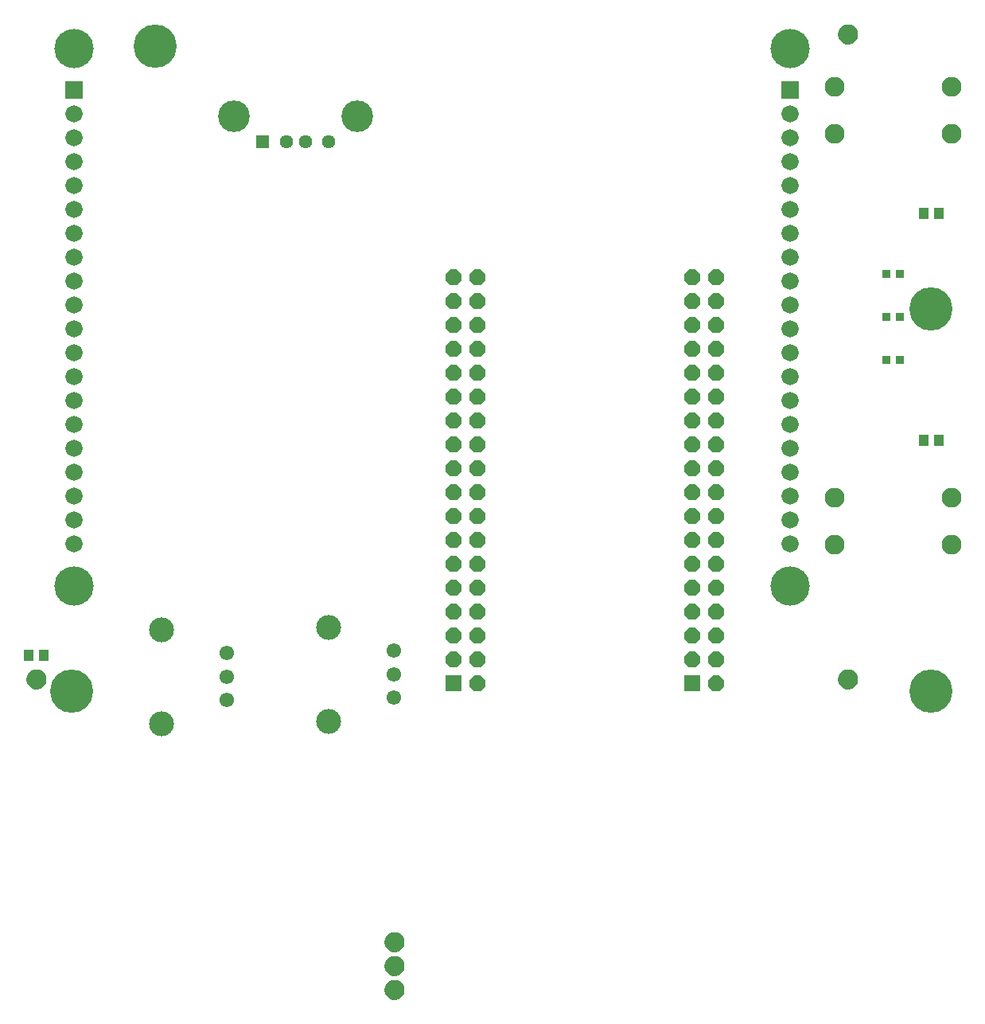
<source format=gbr>
G04 EAGLE Gerber RS-274X export*
G75*
%MOMM*%
%FSLAX34Y34*%
%LPD*%
%INSoldermask Top*%
%IPPOS*%
%AMOC8*
5,1,8,0,0,1.08239X$1,22.5*%
G01*
%ADD10R,0.952400X0.952400*%
%ADD11R,1.676400X1.676400*%
%ADD12P,1.814519X8X112.500000*%
%ADD13C,1.552400*%
%ADD14C,2.652400*%
%ADD15C,2.112400*%
%ADD16R,1.828800X1.828800*%
%ADD17C,1.828800*%
%ADD18C,4.168400*%
%ADD19R,1.102359X1.183641*%
%ADD20R,1.440400X1.440400*%
%ADD21C,1.440400*%
%ADD22C,3.372400*%
%ADD23C,0.609600*%
%ADD24C,1.168400*%
%ADD25C,4.597400*%


D10*
X929760Y402590D03*
X944760Y402590D03*
D11*
X469640Y59100D03*
D12*
X495040Y59100D03*
X469640Y84500D03*
X495040Y84500D03*
X469640Y109900D03*
X495040Y109900D03*
X469640Y135300D03*
X495040Y135300D03*
X469640Y160700D03*
X495040Y160700D03*
X469640Y186100D03*
X495040Y186100D03*
X469640Y211500D03*
X495040Y211500D03*
X469640Y236900D03*
X495040Y236900D03*
X469640Y262300D03*
X495040Y262300D03*
X469640Y287700D03*
X495040Y287700D03*
X469640Y313100D03*
X495040Y313100D03*
X469640Y338500D03*
X495040Y338500D03*
X469640Y363900D03*
X495040Y363900D03*
X469640Y389300D03*
X495040Y389300D03*
X469640Y414700D03*
X495040Y414700D03*
X469640Y440100D03*
X495040Y440100D03*
X469640Y465500D03*
X495040Y465500D03*
X469640Y490900D03*
X495040Y490900D03*
D11*
X723640Y59100D03*
D12*
X749040Y59100D03*
X723640Y84500D03*
X749040Y84500D03*
X723640Y109900D03*
X749040Y109900D03*
X723640Y135300D03*
X749040Y135300D03*
X723640Y160700D03*
X749040Y160700D03*
X723640Y186100D03*
X749040Y186100D03*
X723640Y211500D03*
X749040Y211500D03*
X723640Y236900D03*
X749040Y236900D03*
X723640Y262300D03*
X749040Y262300D03*
X723640Y287700D03*
X749040Y287700D03*
X723640Y313100D03*
X749040Y313100D03*
X723640Y338500D03*
X749040Y338500D03*
X723640Y363900D03*
X749040Y363900D03*
X723640Y389300D03*
X749040Y389300D03*
X723640Y414700D03*
X749040Y414700D03*
X723640Y440100D03*
X749040Y440100D03*
X723640Y465500D03*
X749040Y465500D03*
X723640Y490900D03*
X749040Y490900D03*
D13*
X406400Y43580D03*
X406400Y68580D03*
X406400Y93580D03*
D14*
X336400Y18580D03*
X336400Y118580D03*
D15*
X999760Y693020D03*
X999760Y643020D03*
X874760Y643020D03*
X874760Y693020D03*
D16*
X828040Y689610D03*
D17*
X828040Y664210D03*
X828040Y638810D03*
X828040Y613410D03*
X828040Y588010D03*
X828040Y562610D03*
X828040Y537210D03*
X828040Y511810D03*
X828040Y486410D03*
X828040Y461010D03*
X828040Y435610D03*
X828040Y410210D03*
X828040Y384810D03*
X828040Y359410D03*
X828040Y334010D03*
X828040Y308610D03*
X828040Y283210D03*
X828040Y257810D03*
X828040Y232410D03*
X828040Y207010D03*
D16*
X66040Y689610D03*
D17*
X66040Y664210D03*
X66040Y638810D03*
X66040Y613410D03*
X66040Y588010D03*
X66040Y562610D03*
X66040Y537210D03*
X66040Y511810D03*
X66040Y486410D03*
X66040Y461010D03*
X66040Y435610D03*
X66040Y410210D03*
X66040Y384810D03*
X66040Y359410D03*
X66040Y334010D03*
X66040Y308610D03*
X66040Y283210D03*
X66040Y257810D03*
X66040Y232410D03*
X66040Y207010D03*
D18*
X66040Y734060D03*
X66040Y162560D03*
X828040Y734060D03*
X828040Y162560D03*
D10*
X929760Y448310D03*
X944760Y448310D03*
X929760Y494030D03*
X944760Y494030D03*
D19*
X969899Y558800D03*
X985901Y558800D03*
D13*
X228600Y41040D03*
X228600Y66040D03*
X228600Y91040D03*
D14*
X158600Y16040D03*
X158600Y116040D03*
D20*
X266700Y635000D03*
D21*
X291700Y635000D03*
X311700Y635000D03*
X336700Y635000D03*
D22*
X236000Y662100D03*
X367400Y662100D03*
D15*
X999760Y256140D03*
X999760Y206140D03*
X874760Y206140D03*
X874760Y256140D03*
D19*
X969899Y317500D03*
X985901Y317500D03*
X17399Y88900D03*
X33401Y88900D03*
D23*
X881380Y63500D02*
X881382Y63687D01*
X881389Y63874D01*
X881401Y64061D01*
X881417Y64247D01*
X881437Y64433D01*
X881462Y64618D01*
X881492Y64803D01*
X881526Y64987D01*
X881565Y65170D01*
X881608Y65352D01*
X881656Y65532D01*
X881708Y65712D01*
X881765Y65890D01*
X881825Y66067D01*
X881891Y66242D01*
X881960Y66416D01*
X882034Y66588D01*
X882112Y66758D01*
X882194Y66926D01*
X882280Y67092D01*
X882370Y67256D01*
X882464Y67417D01*
X882562Y67577D01*
X882664Y67733D01*
X882770Y67888D01*
X882880Y68039D01*
X882993Y68188D01*
X883110Y68334D01*
X883230Y68477D01*
X883354Y68617D01*
X883481Y68754D01*
X883612Y68888D01*
X883746Y69019D01*
X883883Y69146D01*
X884023Y69270D01*
X884166Y69390D01*
X884312Y69507D01*
X884461Y69620D01*
X884612Y69730D01*
X884767Y69836D01*
X884923Y69938D01*
X885083Y70036D01*
X885244Y70130D01*
X885408Y70220D01*
X885574Y70306D01*
X885742Y70388D01*
X885912Y70466D01*
X886084Y70540D01*
X886258Y70609D01*
X886433Y70675D01*
X886610Y70735D01*
X886788Y70792D01*
X886968Y70844D01*
X887148Y70892D01*
X887330Y70935D01*
X887513Y70974D01*
X887697Y71008D01*
X887882Y71038D01*
X888067Y71063D01*
X888253Y71083D01*
X888439Y71099D01*
X888626Y71111D01*
X888813Y71118D01*
X889000Y71120D01*
X889187Y71118D01*
X889374Y71111D01*
X889561Y71099D01*
X889747Y71083D01*
X889933Y71063D01*
X890118Y71038D01*
X890303Y71008D01*
X890487Y70974D01*
X890670Y70935D01*
X890852Y70892D01*
X891032Y70844D01*
X891212Y70792D01*
X891390Y70735D01*
X891567Y70675D01*
X891742Y70609D01*
X891916Y70540D01*
X892088Y70466D01*
X892258Y70388D01*
X892426Y70306D01*
X892592Y70220D01*
X892756Y70130D01*
X892917Y70036D01*
X893077Y69938D01*
X893233Y69836D01*
X893388Y69730D01*
X893539Y69620D01*
X893688Y69507D01*
X893834Y69390D01*
X893977Y69270D01*
X894117Y69146D01*
X894254Y69019D01*
X894388Y68888D01*
X894519Y68754D01*
X894646Y68617D01*
X894770Y68477D01*
X894890Y68334D01*
X895007Y68188D01*
X895120Y68039D01*
X895230Y67888D01*
X895336Y67733D01*
X895438Y67577D01*
X895536Y67417D01*
X895630Y67256D01*
X895720Y67092D01*
X895806Y66926D01*
X895888Y66758D01*
X895966Y66588D01*
X896040Y66416D01*
X896109Y66242D01*
X896175Y66067D01*
X896235Y65890D01*
X896292Y65712D01*
X896344Y65532D01*
X896392Y65352D01*
X896435Y65170D01*
X896474Y64987D01*
X896508Y64803D01*
X896538Y64618D01*
X896563Y64433D01*
X896583Y64247D01*
X896599Y64061D01*
X896611Y63874D01*
X896618Y63687D01*
X896620Y63500D01*
X896618Y63313D01*
X896611Y63126D01*
X896599Y62939D01*
X896583Y62753D01*
X896563Y62567D01*
X896538Y62382D01*
X896508Y62197D01*
X896474Y62013D01*
X896435Y61830D01*
X896392Y61648D01*
X896344Y61468D01*
X896292Y61288D01*
X896235Y61110D01*
X896175Y60933D01*
X896109Y60758D01*
X896040Y60584D01*
X895966Y60412D01*
X895888Y60242D01*
X895806Y60074D01*
X895720Y59908D01*
X895630Y59744D01*
X895536Y59583D01*
X895438Y59423D01*
X895336Y59267D01*
X895230Y59112D01*
X895120Y58961D01*
X895007Y58812D01*
X894890Y58666D01*
X894770Y58523D01*
X894646Y58383D01*
X894519Y58246D01*
X894388Y58112D01*
X894254Y57981D01*
X894117Y57854D01*
X893977Y57730D01*
X893834Y57610D01*
X893688Y57493D01*
X893539Y57380D01*
X893388Y57270D01*
X893233Y57164D01*
X893077Y57062D01*
X892917Y56964D01*
X892756Y56870D01*
X892592Y56780D01*
X892426Y56694D01*
X892258Y56612D01*
X892088Y56534D01*
X891916Y56460D01*
X891742Y56391D01*
X891567Y56325D01*
X891390Y56265D01*
X891212Y56208D01*
X891032Y56156D01*
X890852Y56108D01*
X890670Y56065D01*
X890487Y56026D01*
X890303Y55992D01*
X890118Y55962D01*
X889933Y55937D01*
X889747Y55917D01*
X889561Y55901D01*
X889374Y55889D01*
X889187Y55882D01*
X889000Y55880D01*
X888813Y55882D01*
X888626Y55889D01*
X888439Y55901D01*
X888253Y55917D01*
X888067Y55937D01*
X887882Y55962D01*
X887697Y55992D01*
X887513Y56026D01*
X887330Y56065D01*
X887148Y56108D01*
X886968Y56156D01*
X886788Y56208D01*
X886610Y56265D01*
X886433Y56325D01*
X886258Y56391D01*
X886084Y56460D01*
X885912Y56534D01*
X885742Y56612D01*
X885574Y56694D01*
X885408Y56780D01*
X885244Y56870D01*
X885083Y56964D01*
X884923Y57062D01*
X884767Y57164D01*
X884612Y57270D01*
X884461Y57380D01*
X884312Y57493D01*
X884166Y57610D01*
X884023Y57730D01*
X883883Y57854D01*
X883746Y57981D01*
X883612Y58112D01*
X883481Y58246D01*
X883354Y58383D01*
X883230Y58523D01*
X883110Y58666D01*
X882993Y58812D01*
X882880Y58961D01*
X882770Y59112D01*
X882664Y59267D01*
X882562Y59423D01*
X882464Y59583D01*
X882370Y59744D01*
X882280Y59908D01*
X882194Y60074D01*
X882112Y60242D01*
X882034Y60412D01*
X881960Y60584D01*
X881891Y60758D01*
X881825Y60933D01*
X881765Y61110D01*
X881708Y61288D01*
X881656Y61468D01*
X881608Y61648D01*
X881565Y61830D01*
X881526Y62013D01*
X881492Y62197D01*
X881462Y62382D01*
X881437Y62567D01*
X881417Y62753D01*
X881401Y62939D01*
X881389Y63126D01*
X881382Y63313D01*
X881380Y63500D01*
D24*
X889000Y63500D03*
D23*
X17780Y63500D02*
X17782Y63687D01*
X17789Y63874D01*
X17801Y64061D01*
X17817Y64247D01*
X17837Y64433D01*
X17862Y64618D01*
X17892Y64803D01*
X17926Y64987D01*
X17965Y65170D01*
X18008Y65352D01*
X18056Y65532D01*
X18108Y65712D01*
X18165Y65890D01*
X18225Y66067D01*
X18291Y66242D01*
X18360Y66416D01*
X18434Y66588D01*
X18512Y66758D01*
X18594Y66926D01*
X18680Y67092D01*
X18770Y67256D01*
X18864Y67417D01*
X18962Y67577D01*
X19064Y67733D01*
X19170Y67888D01*
X19280Y68039D01*
X19393Y68188D01*
X19510Y68334D01*
X19630Y68477D01*
X19754Y68617D01*
X19881Y68754D01*
X20012Y68888D01*
X20146Y69019D01*
X20283Y69146D01*
X20423Y69270D01*
X20566Y69390D01*
X20712Y69507D01*
X20861Y69620D01*
X21012Y69730D01*
X21167Y69836D01*
X21323Y69938D01*
X21483Y70036D01*
X21644Y70130D01*
X21808Y70220D01*
X21974Y70306D01*
X22142Y70388D01*
X22312Y70466D01*
X22484Y70540D01*
X22658Y70609D01*
X22833Y70675D01*
X23010Y70735D01*
X23188Y70792D01*
X23368Y70844D01*
X23548Y70892D01*
X23730Y70935D01*
X23913Y70974D01*
X24097Y71008D01*
X24282Y71038D01*
X24467Y71063D01*
X24653Y71083D01*
X24839Y71099D01*
X25026Y71111D01*
X25213Y71118D01*
X25400Y71120D01*
X25587Y71118D01*
X25774Y71111D01*
X25961Y71099D01*
X26147Y71083D01*
X26333Y71063D01*
X26518Y71038D01*
X26703Y71008D01*
X26887Y70974D01*
X27070Y70935D01*
X27252Y70892D01*
X27432Y70844D01*
X27612Y70792D01*
X27790Y70735D01*
X27967Y70675D01*
X28142Y70609D01*
X28316Y70540D01*
X28488Y70466D01*
X28658Y70388D01*
X28826Y70306D01*
X28992Y70220D01*
X29156Y70130D01*
X29317Y70036D01*
X29477Y69938D01*
X29633Y69836D01*
X29788Y69730D01*
X29939Y69620D01*
X30088Y69507D01*
X30234Y69390D01*
X30377Y69270D01*
X30517Y69146D01*
X30654Y69019D01*
X30788Y68888D01*
X30919Y68754D01*
X31046Y68617D01*
X31170Y68477D01*
X31290Y68334D01*
X31407Y68188D01*
X31520Y68039D01*
X31630Y67888D01*
X31736Y67733D01*
X31838Y67577D01*
X31936Y67417D01*
X32030Y67256D01*
X32120Y67092D01*
X32206Y66926D01*
X32288Y66758D01*
X32366Y66588D01*
X32440Y66416D01*
X32509Y66242D01*
X32575Y66067D01*
X32635Y65890D01*
X32692Y65712D01*
X32744Y65532D01*
X32792Y65352D01*
X32835Y65170D01*
X32874Y64987D01*
X32908Y64803D01*
X32938Y64618D01*
X32963Y64433D01*
X32983Y64247D01*
X32999Y64061D01*
X33011Y63874D01*
X33018Y63687D01*
X33020Y63500D01*
X33018Y63313D01*
X33011Y63126D01*
X32999Y62939D01*
X32983Y62753D01*
X32963Y62567D01*
X32938Y62382D01*
X32908Y62197D01*
X32874Y62013D01*
X32835Y61830D01*
X32792Y61648D01*
X32744Y61468D01*
X32692Y61288D01*
X32635Y61110D01*
X32575Y60933D01*
X32509Y60758D01*
X32440Y60584D01*
X32366Y60412D01*
X32288Y60242D01*
X32206Y60074D01*
X32120Y59908D01*
X32030Y59744D01*
X31936Y59583D01*
X31838Y59423D01*
X31736Y59267D01*
X31630Y59112D01*
X31520Y58961D01*
X31407Y58812D01*
X31290Y58666D01*
X31170Y58523D01*
X31046Y58383D01*
X30919Y58246D01*
X30788Y58112D01*
X30654Y57981D01*
X30517Y57854D01*
X30377Y57730D01*
X30234Y57610D01*
X30088Y57493D01*
X29939Y57380D01*
X29788Y57270D01*
X29633Y57164D01*
X29477Y57062D01*
X29317Y56964D01*
X29156Y56870D01*
X28992Y56780D01*
X28826Y56694D01*
X28658Y56612D01*
X28488Y56534D01*
X28316Y56460D01*
X28142Y56391D01*
X27967Y56325D01*
X27790Y56265D01*
X27612Y56208D01*
X27432Y56156D01*
X27252Y56108D01*
X27070Y56065D01*
X26887Y56026D01*
X26703Y55992D01*
X26518Y55962D01*
X26333Y55937D01*
X26147Y55917D01*
X25961Y55901D01*
X25774Y55889D01*
X25587Y55882D01*
X25400Y55880D01*
X25213Y55882D01*
X25026Y55889D01*
X24839Y55901D01*
X24653Y55917D01*
X24467Y55937D01*
X24282Y55962D01*
X24097Y55992D01*
X23913Y56026D01*
X23730Y56065D01*
X23548Y56108D01*
X23368Y56156D01*
X23188Y56208D01*
X23010Y56265D01*
X22833Y56325D01*
X22658Y56391D01*
X22484Y56460D01*
X22312Y56534D01*
X22142Y56612D01*
X21974Y56694D01*
X21808Y56780D01*
X21644Y56870D01*
X21483Y56964D01*
X21323Y57062D01*
X21167Y57164D01*
X21012Y57270D01*
X20861Y57380D01*
X20712Y57493D01*
X20566Y57610D01*
X20423Y57730D01*
X20283Y57854D01*
X20146Y57981D01*
X20012Y58112D01*
X19881Y58246D01*
X19754Y58383D01*
X19630Y58523D01*
X19510Y58666D01*
X19393Y58812D01*
X19280Y58961D01*
X19170Y59112D01*
X19064Y59267D01*
X18962Y59423D01*
X18864Y59583D01*
X18770Y59744D01*
X18680Y59908D01*
X18594Y60074D01*
X18512Y60242D01*
X18434Y60412D01*
X18360Y60584D01*
X18291Y60758D01*
X18225Y60933D01*
X18165Y61110D01*
X18108Y61288D01*
X18056Y61468D01*
X18008Y61648D01*
X17965Y61830D01*
X17926Y62013D01*
X17892Y62197D01*
X17862Y62382D01*
X17837Y62567D01*
X17817Y62753D01*
X17801Y62939D01*
X17789Y63126D01*
X17782Y63313D01*
X17780Y63500D01*
D24*
X25400Y63500D03*
D23*
X881380Y749300D02*
X881382Y749487D01*
X881389Y749674D01*
X881401Y749861D01*
X881417Y750047D01*
X881437Y750233D01*
X881462Y750418D01*
X881492Y750603D01*
X881526Y750787D01*
X881565Y750970D01*
X881608Y751152D01*
X881656Y751332D01*
X881708Y751512D01*
X881765Y751690D01*
X881825Y751867D01*
X881891Y752042D01*
X881960Y752216D01*
X882034Y752388D01*
X882112Y752558D01*
X882194Y752726D01*
X882280Y752892D01*
X882370Y753056D01*
X882464Y753217D01*
X882562Y753377D01*
X882664Y753533D01*
X882770Y753688D01*
X882880Y753839D01*
X882993Y753988D01*
X883110Y754134D01*
X883230Y754277D01*
X883354Y754417D01*
X883481Y754554D01*
X883612Y754688D01*
X883746Y754819D01*
X883883Y754946D01*
X884023Y755070D01*
X884166Y755190D01*
X884312Y755307D01*
X884461Y755420D01*
X884612Y755530D01*
X884767Y755636D01*
X884923Y755738D01*
X885083Y755836D01*
X885244Y755930D01*
X885408Y756020D01*
X885574Y756106D01*
X885742Y756188D01*
X885912Y756266D01*
X886084Y756340D01*
X886258Y756409D01*
X886433Y756475D01*
X886610Y756535D01*
X886788Y756592D01*
X886968Y756644D01*
X887148Y756692D01*
X887330Y756735D01*
X887513Y756774D01*
X887697Y756808D01*
X887882Y756838D01*
X888067Y756863D01*
X888253Y756883D01*
X888439Y756899D01*
X888626Y756911D01*
X888813Y756918D01*
X889000Y756920D01*
X889187Y756918D01*
X889374Y756911D01*
X889561Y756899D01*
X889747Y756883D01*
X889933Y756863D01*
X890118Y756838D01*
X890303Y756808D01*
X890487Y756774D01*
X890670Y756735D01*
X890852Y756692D01*
X891032Y756644D01*
X891212Y756592D01*
X891390Y756535D01*
X891567Y756475D01*
X891742Y756409D01*
X891916Y756340D01*
X892088Y756266D01*
X892258Y756188D01*
X892426Y756106D01*
X892592Y756020D01*
X892756Y755930D01*
X892917Y755836D01*
X893077Y755738D01*
X893233Y755636D01*
X893388Y755530D01*
X893539Y755420D01*
X893688Y755307D01*
X893834Y755190D01*
X893977Y755070D01*
X894117Y754946D01*
X894254Y754819D01*
X894388Y754688D01*
X894519Y754554D01*
X894646Y754417D01*
X894770Y754277D01*
X894890Y754134D01*
X895007Y753988D01*
X895120Y753839D01*
X895230Y753688D01*
X895336Y753533D01*
X895438Y753377D01*
X895536Y753217D01*
X895630Y753056D01*
X895720Y752892D01*
X895806Y752726D01*
X895888Y752558D01*
X895966Y752388D01*
X896040Y752216D01*
X896109Y752042D01*
X896175Y751867D01*
X896235Y751690D01*
X896292Y751512D01*
X896344Y751332D01*
X896392Y751152D01*
X896435Y750970D01*
X896474Y750787D01*
X896508Y750603D01*
X896538Y750418D01*
X896563Y750233D01*
X896583Y750047D01*
X896599Y749861D01*
X896611Y749674D01*
X896618Y749487D01*
X896620Y749300D01*
X896618Y749113D01*
X896611Y748926D01*
X896599Y748739D01*
X896583Y748553D01*
X896563Y748367D01*
X896538Y748182D01*
X896508Y747997D01*
X896474Y747813D01*
X896435Y747630D01*
X896392Y747448D01*
X896344Y747268D01*
X896292Y747088D01*
X896235Y746910D01*
X896175Y746733D01*
X896109Y746558D01*
X896040Y746384D01*
X895966Y746212D01*
X895888Y746042D01*
X895806Y745874D01*
X895720Y745708D01*
X895630Y745544D01*
X895536Y745383D01*
X895438Y745223D01*
X895336Y745067D01*
X895230Y744912D01*
X895120Y744761D01*
X895007Y744612D01*
X894890Y744466D01*
X894770Y744323D01*
X894646Y744183D01*
X894519Y744046D01*
X894388Y743912D01*
X894254Y743781D01*
X894117Y743654D01*
X893977Y743530D01*
X893834Y743410D01*
X893688Y743293D01*
X893539Y743180D01*
X893388Y743070D01*
X893233Y742964D01*
X893077Y742862D01*
X892917Y742764D01*
X892756Y742670D01*
X892592Y742580D01*
X892426Y742494D01*
X892258Y742412D01*
X892088Y742334D01*
X891916Y742260D01*
X891742Y742191D01*
X891567Y742125D01*
X891390Y742065D01*
X891212Y742008D01*
X891032Y741956D01*
X890852Y741908D01*
X890670Y741865D01*
X890487Y741826D01*
X890303Y741792D01*
X890118Y741762D01*
X889933Y741737D01*
X889747Y741717D01*
X889561Y741701D01*
X889374Y741689D01*
X889187Y741682D01*
X889000Y741680D01*
X888813Y741682D01*
X888626Y741689D01*
X888439Y741701D01*
X888253Y741717D01*
X888067Y741737D01*
X887882Y741762D01*
X887697Y741792D01*
X887513Y741826D01*
X887330Y741865D01*
X887148Y741908D01*
X886968Y741956D01*
X886788Y742008D01*
X886610Y742065D01*
X886433Y742125D01*
X886258Y742191D01*
X886084Y742260D01*
X885912Y742334D01*
X885742Y742412D01*
X885574Y742494D01*
X885408Y742580D01*
X885244Y742670D01*
X885083Y742764D01*
X884923Y742862D01*
X884767Y742964D01*
X884612Y743070D01*
X884461Y743180D01*
X884312Y743293D01*
X884166Y743410D01*
X884023Y743530D01*
X883883Y743654D01*
X883746Y743781D01*
X883612Y743912D01*
X883481Y744046D01*
X883354Y744183D01*
X883230Y744323D01*
X883110Y744466D01*
X882993Y744612D01*
X882880Y744761D01*
X882770Y744912D01*
X882664Y745067D01*
X882562Y745223D01*
X882464Y745383D01*
X882370Y745544D01*
X882280Y745708D01*
X882194Y745874D01*
X882112Y746042D01*
X882034Y746212D01*
X881960Y746384D01*
X881891Y746558D01*
X881825Y746733D01*
X881765Y746910D01*
X881708Y747088D01*
X881656Y747268D01*
X881608Y747448D01*
X881565Y747630D01*
X881526Y747813D01*
X881492Y747997D01*
X881462Y748182D01*
X881437Y748367D01*
X881417Y748553D01*
X881401Y748739D01*
X881389Y748926D01*
X881382Y749113D01*
X881380Y749300D01*
D24*
X889000Y749300D03*
D23*
X398780Y-215900D02*
X398782Y-215713D01*
X398789Y-215526D01*
X398801Y-215339D01*
X398817Y-215153D01*
X398837Y-214967D01*
X398862Y-214782D01*
X398892Y-214597D01*
X398926Y-214413D01*
X398965Y-214230D01*
X399008Y-214048D01*
X399056Y-213868D01*
X399108Y-213688D01*
X399165Y-213510D01*
X399225Y-213333D01*
X399291Y-213158D01*
X399360Y-212984D01*
X399434Y-212812D01*
X399512Y-212642D01*
X399594Y-212474D01*
X399680Y-212308D01*
X399770Y-212144D01*
X399864Y-211983D01*
X399962Y-211823D01*
X400064Y-211667D01*
X400170Y-211512D01*
X400280Y-211361D01*
X400393Y-211212D01*
X400510Y-211066D01*
X400630Y-210923D01*
X400754Y-210783D01*
X400881Y-210646D01*
X401012Y-210512D01*
X401146Y-210381D01*
X401283Y-210254D01*
X401423Y-210130D01*
X401566Y-210010D01*
X401712Y-209893D01*
X401861Y-209780D01*
X402012Y-209670D01*
X402167Y-209564D01*
X402323Y-209462D01*
X402483Y-209364D01*
X402644Y-209270D01*
X402808Y-209180D01*
X402974Y-209094D01*
X403142Y-209012D01*
X403312Y-208934D01*
X403484Y-208860D01*
X403658Y-208791D01*
X403833Y-208725D01*
X404010Y-208665D01*
X404188Y-208608D01*
X404368Y-208556D01*
X404548Y-208508D01*
X404730Y-208465D01*
X404913Y-208426D01*
X405097Y-208392D01*
X405282Y-208362D01*
X405467Y-208337D01*
X405653Y-208317D01*
X405839Y-208301D01*
X406026Y-208289D01*
X406213Y-208282D01*
X406400Y-208280D01*
X406587Y-208282D01*
X406774Y-208289D01*
X406961Y-208301D01*
X407147Y-208317D01*
X407333Y-208337D01*
X407518Y-208362D01*
X407703Y-208392D01*
X407887Y-208426D01*
X408070Y-208465D01*
X408252Y-208508D01*
X408432Y-208556D01*
X408612Y-208608D01*
X408790Y-208665D01*
X408967Y-208725D01*
X409142Y-208791D01*
X409316Y-208860D01*
X409488Y-208934D01*
X409658Y-209012D01*
X409826Y-209094D01*
X409992Y-209180D01*
X410156Y-209270D01*
X410317Y-209364D01*
X410477Y-209462D01*
X410633Y-209564D01*
X410788Y-209670D01*
X410939Y-209780D01*
X411088Y-209893D01*
X411234Y-210010D01*
X411377Y-210130D01*
X411517Y-210254D01*
X411654Y-210381D01*
X411788Y-210512D01*
X411919Y-210646D01*
X412046Y-210783D01*
X412170Y-210923D01*
X412290Y-211066D01*
X412407Y-211212D01*
X412520Y-211361D01*
X412630Y-211512D01*
X412736Y-211667D01*
X412838Y-211823D01*
X412936Y-211983D01*
X413030Y-212144D01*
X413120Y-212308D01*
X413206Y-212474D01*
X413288Y-212642D01*
X413366Y-212812D01*
X413440Y-212984D01*
X413509Y-213158D01*
X413575Y-213333D01*
X413635Y-213510D01*
X413692Y-213688D01*
X413744Y-213868D01*
X413792Y-214048D01*
X413835Y-214230D01*
X413874Y-214413D01*
X413908Y-214597D01*
X413938Y-214782D01*
X413963Y-214967D01*
X413983Y-215153D01*
X413999Y-215339D01*
X414011Y-215526D01*
X414018Y-215713D01*
X414020Y-215900D01*
X414018Y-216087D01*
X414011Y-216274D01*
X413999Y-216461D01*
X413983Y-216647D01*
X413963Y-216833D01*
X413938Y-217018D01*
X413908Y-217203D01*
X413874Y-217387D01*
X413835Y-217570D01*
X413792Y-217752D01*
X413744Y-217932D01*
X413692Y-218112D01*
X413635Y-218290D01*
X413575Y-218467D01*
X413509Y-218642D01*
X413440Y-218816D01*
X413366Y-218988D01*
X413288Y-219158D01*
X413206Y-219326D01*
X413120Y-219492D01*
X413030Y-219656D01*
X412936Y-219817D01*
X412838Y-219977D01*
X412736Y-220133D01*
X412630Y-220288D01*
X412520Y-220439D01*
X412407Y-220588D01*
X412290Y-220734D01*
X412170Y-220877D01*
X412046Y-221017D01*
X411919Y-221154D01*
X411788Y-221288D01*
X411654Y-221419D01*
X411517Y-221546D01*
X411377Y-221670D01*
X411234Y-221790D01*
X411088Y-221907D01*
X410939Y-222020D01*
X410788Y-222130D01*
X410633Y-222236D01*
X410477Y-222338D01*
X410317Y-222436D01*
X410156Y-222530D01*
X409992Y-222620D01*
X409826Y-222706D01*
X409658Y-222788D01*
X409488Y-222866D01*
X409316Y-222940D01*
X409142Y-223009D01*
X408967Y-223075D01*
X408790Y-223135D01*
X408612Y-223192D01*
X408432Y-223244D01*
X408252Y-223292D01*
X408070Y-223335D01*
X407887Y-223374D01*
X407703Y-223408D01*
X407518Y-223438D01*
X407333Y-223463D01*
X407147Y-223483D01*
X406961Y-223499D01*
X406774Y-223511D01*
X406587Y-223518D01*
X406400Y-223520D01*
X406213Y-223518D01*
X406026Y-223511D01*
X405839Y-223499D01*
X405653Y-223483D01*
X405467Y-223463D01*
X405282Y-223438D01*
X405097Y-223408D01*
X404913Y-223374D01*
X404730Y-223335D01*
X404548Y-223292D01*
X404368Y-223244D01*
X404188Y-223192D01*
X404010Y-223135D01*
X403833Y-223075D01*
X403658Y-223009D01*
X403484Y-222940D01*
X403312Y-222866D01*
X403142Y-222788D01*
X402974Y-222706D01*
X402808Y-222620D01*
X402644Y-222530D01*
X402483Y-222436D01*
X402323Y-222338D01*
X402167Y-222236D01*
X402012Y-222130D01*
X401861Y-222020D01*
X401712Y-221907D01*
X401566Y-221790D01*
X401423Y-221670D01*
X401283Y-221546D01*
X401146Y-221419D01*
X401012Y-221288D01*
X400881Y-221154D01*
X400754Y-221017D01*
X400630Y-220877D01*
X400510Y-220734D01*
X400393Y-220588D01*
X400280Y-220439D01*
X400170Y-220288D01*
X400064Y-220133D01*
X399962Y-219977D01*
X399864Y-219817D01*
X399770Y-219656D01*
X399680Y-219492D01*
X399594Y-219326D01*
X399512Y-219158D01*
X399434Y-218988D01*
X399360Y-218816D01*
X399291Y-218642D01*
X399225Y-218467D01*
X399165Y-218290D01*
X399108Y-218112D01*
X399056Y-217932D01*
X399008Y-217752D01*
X398965Y-217570D01*
X398926Y-217387D01*
X398892Y-217203D01*
X398862Y-217018D01*
X398837Y-216833D01*
X398817Y-216647D01*
X398801Y-216461D01*
X398789Y-216274D01*
X398782Y-216087D01*
X398780Y-215900D01*
D24*
X406400Y-215900D03*
D23*
X398780Y-241300D02*
X398782Y-241113D01*
X398789Y-240926D01*
X398801Y-240739D01*
X398817Y-240553D01*
X398837Y-240367D01*
X398862Y-240182D01*
X398892Y-239997D01*
X398926Y-239813D01*
X398965Y-239630D01*
X399008Y-239448D01*
X399056Y-239268D01*
X399108Y-239088D01*
X399165Y-238910D01*
X399225Y-238733D01*
X399291Y-238558D01*
X399360Y-238384D01*
X399434Y-238212D01*
X399512Y-238042D01*
X399594Y-237874D01*
X399680Y-237708D01*
X399770Y-237544D01*
X399864Y-237383D01*
X399962Y-237223D01*
X400064Y-237067D01*
X400170Y-236912D01*
X400280Y-236761D01*
X400393Y-236612D01*
X400510Y-236466D01*
X400630Y-236323D01*
X400754Y-236183D01*
X400881Y-236046D01*
X401012Y-235912D01*
X401146Y-235781D01*
X401283Y-235654D01*
X401423Y-235530D01*
X401566Y-235410D01*
X401712Y-235293D01*
X401861Y-235180D01*
X402012Y-235070D01*
X402167Y-234964D01*
X402323Y-234862D01*
X402483Y-234764D01*
X402644Y-234670D01*
X402808Y-234580D01*
X402974Y-234494D01*
X403142Y-234412D01*
X403312Y-234334D01*
X403484Y-234260D01*
X403658Y-234191D01*
X403833Y-234125D01*
X404010Y-234065D01*
X404188Y-234008D01*
X404368Y-233956D01*
X404548Y-233908D01*
X404730Y-233865D01*
X404913Y-233826D01*
X405097Y-233792D01*
X405282Y-233762D01*
X405467Y-233737D01*
X405653Y-233717D01*
X405839Y-233701D01*
X406026Y-233689D01*
X406213Y-233682D01*
X406400Y-233680D01*
X406587Y-233682D01*
X406774Y-233689D01*
X406961Y-233701D01*
X407147Y-233717D01*
X407333Y-233737D01*
X407518Y-233762D01*
X407703Y-233792D01*
X407887Y-233826D01*
X408070Y-233865D01*
X408252Y-233908D01*
X408432Y-233956D01*
X408612Y-234008D01*
X408790Y-234065D01*
X408967Y-234125D01*
X409142Y-234191D01*
X409316Y-234260D01*
X409488Y-234334D01*
X409658Y-234412D01*
X409826Y-234494D01*
X409992Y-234580D01*
X410156Y-234670D01*
X410317Y-234764D01*
X410477Y-234862D01*
X410633Y-234964D01*
X410788Y-235070D01*
X410939Y-235180D01*
X411088Y-235293D01*
X411234Y-235410D01*
X411377Y-235530D01*
X411517Y-235654D01*
X411654Y-235781D01*
X411788Y-235912D01*
X411919Y-236046D01*
X412046Y-236183D01*
X412170Y-236323D01*
X412290Y-236466D01*
X412407Y-236612D01*
X412520Y-236761D01*
X412630Y-236912D01*
X412736Y-237067D01*
X412838Y-237223D01*
X412936Y-237383D01*
X413030Y-237544D01*
X413120Y-237708D01*
X413206Y-237874D01*
X413288Y-238042D01*
X413366Y-238212D01*
X413440Y-238384D01*
X413509Y-238558D01*
X413575Y-238733D01*
X413635Y-238910D01*
X413692Y-239088D01*
X413744Y-239268D01*
X413792Y-239448D01*
X413835Y-239630D01*
X413874Y-239813D01*
X413908Y-239997D01*
X413938Y-240182D01*
X413963Y-240367D01*
X413983Y-240553D01*
X413999Y-240739D01*
X414011Y-240926D01*
X414018Y-241113D01*
X414020Y-241300D01*
X414018Y-241487D01*
X414011Y-241674D01*
X413999Y-241861D01*
X413983Y-242047D01*
X413963Y-242233D01*
X413938Y-242418D01*
X413908Y-242603D01*
X413874Y-242787D01*
X413835Y-242970D01*
X413792Y-243152D01*
X413744Y-243332D01*
X413692Y-243512D01*
X413635Y-243690D01*
X413575Y-243867D01*
X413509Y-244042D01*
X413440Y-244216D01*
X413366Y-244388D01*
X413288Y-244558D01*
X413206Y-244726D01*
X413120Y-244892D01*
X413030Y-245056D01*
X412936Y-245217D01*
X412838Y-245377D01*
X412736Y-245533D01*
X412630Y-245688D01*
X412520Y-245839D01*
X412407Y-245988D01*
X412290Y-246134D01*
X412170Y-246277D01*
X412046Y-246417D01*
X411919Y-246554D01*
X411788Y-246688D01*
X411654Y-246819D01*
X411517Y-246946D01*
X411377Y-247070D01*
X411234Y-247190D01*
X411088Y-247307D01*
X410939Y-247420D01*
X410788Y-247530D01*
X410633Y-247636D01*
X410477Y-247738D01*
X410317Y-247836D01*
X410156Y-247930D01*
X409992Y-248020D01*
X409826Y-248106D01*
X409658Y-248188D01*
X409488Y-248266D01*
X409316Y-248340D01*
X409142Y-248409D01*
X408967Y-248475D01*
X408790Y-248535D01*
X408612Y-248592D01*
X408432Y-248644D01*
X408252Y-248692D01*
X408070Y-248735D01*
X407887Y-248774D01*
X407703Y-248808D01*
X407518Y-248838D01*
X407333Y-248863D01*
X407147Y-248883D01*
X406961Y-248899D01*
X406774Y-248911D01*
X406587Y-248918D01*
X406400Y-248920D01*
X406213Y-248918D01*
X406026Y-248911D01*
X405839Y-248899D01*
X405653Y-248883D01*
X405467Y-248863D01*
X405282Y-248838D01*
X405097Y-248808D01*
X404913Y-248774D01*
X404730Y-248735D01*
X404548Y-248692D01*
X404368Y-248644D01*
X404188Y-248592D01*
X404010Y-248535D01*
X403833Y-248475D01*
X403658Y-248409D01*
X403484Y-248340D01*
X403312Y-248266D01*
X403142Y-248188D01*
X402974Y-248106D01*
X402808Y-248020D01*
X402644Y-247930D01*
X402483Y-247836D01*
X402323Y-247738D01*
X402167Y-247636D01*
X402012Y-247530D01*
X401861Y-247420D01*
X401712Y-247307D01*
X401566Y-247190D01*
X401423Y-247070D01*
X401283Y-246946D01*
X401146Y-246819D01*
X401012Y-246688D01*
X400881Y-246554D01*
X400754Y-246417D01*
X400630Y-246277D01*
X400510Y-246134D01*
X400393Y-245988D01*
X400280Y-245839D01*
X400170Y-245688D01*
X400064Y-245533D01*
X399962Y-245377D01*
X399864Y-245217D01*
X399770Y-245056D01*
X399680Y-244892D01*
X399594Y-244726D01*
X399512Y-244558D01*
X399434Y-244388D01*
X399360Y-244216D01*
X399291Y-244042D01*
X399225Y-243867D01*
X399165Y-243690D01*
X399108Y-243512D01*
X399056Y-243332D01*
X399008Y-243152D01*
X398965Y-242970D01*
X398926Y-242787D01*
X398892Y-242603D01*
X398862Y-242418D01*
X398837Y-242233D01*
X398817Y-242047D01*
X398801Y-241861D01*
X398789Y-241674D01*
X398782Y-241487D01*
X398780Y-241300D01*
D24*
X406400Y-241300D03*
D23*
X398780Y-266700D02*
X398782Y-266513D01*
X398789Y-266326D01*
X398801Y-266139D01*
X398817Y-265953D01*
X398837Y-265767D01*
X398862Y-265582D01*
X398892Y-265397D01*
X398926Y-265213D01*
X398965Y-265030D01*
X399008Y-264848D01*
X399056Y-264668D01*
X399108Y-264488D01*
X399165Y-264310D01*
X399225Y-264133D01*
X399291Y-263958D01*
X399360Y-263784D01*
X399434Y-263612D01*
X399512Y-263442D01*
X399594Y-263274D01*
X399680Y-263108D01*
X399770Y-262944D01*
X399864Y-262783D01*
X399962Y-262623D01*
X400064Y-262467D01*
X400170Y-262312D01*
X400280Y-262161D01*
X400393Y-262012D01*
X400510Y-261866D01*
X400630Y-261723D01*
X400754Y-261583D01*
X400881Y-261446D01*
X401012Y-261312D01*
X401146Y-261181D01*
X401283Y-261054D01*
X401423Y-260930D01*
X401566Y-260810D01*
X401712Y-260693D01*
X401861Y-260580D01*
X402012Y-260470D01*
X402167Y-260364D01*
X402323Y-260262D01*
X402483Y-260164D01*
X402644Y-260070D01*
X402808Y-259980D01*
X402974Y-259894D01*
X403142Y-259812D01*
X403312Y-259734D01*
X403484Y-259660D01*
X403658Y-259591D01*
X403833Y-259525D01*
X404010Y-259465D01*
X404188Y-259408D01*
X404368Y-259356D01*
X404548Y-259308D01*
X404730Y-259265D01*
X404913Y-259226D01*
X405097Y-259192D01*
X405282Y-259162D01*
X405467Y-259137D01*
X405653Y-259117D01*
X405839Y-259101D01*
X406026Y-259089D01*
X406213Y-259082D01*
X406400Y-259080D01*
X406587Y-259082D01*
X406774Y-259089D01*
X406961Y-259101D01*
X407147Y-259117D01*
X407333Y-259137D01*
X407518Y-259162D01*
X407703Y-259192D01*
X407887Y-259226D01*
X408070Y-259265D01*
X408252Y-259308D01*
X408432Y-259356D01*
X408612Y-259408D01*
X408790Y-259465D01*
X408967Y-259525D01*
X409142Y-259591D01*
X409316Y-259660D01*
X409488Y-259734D01*
X409658Y-259812D01*
X409826Y-259894D01*
X409992Y-259980D01*
X410156Y-260070D01*
X410317Y-260164D01*
X410477Y-260262D01*
X410633Y-260364D01*
X410788Y-260470D01*
X410939Y-260580D01*
X411088Y-260693D01*
X411234Y-260810D01*
X411377Y-260930D01*
X411517Y-261054D01*
X411654Y-261181D01*
X411788Y-261312D01*
X411919Y-261446D01*
X412046Y-261583D01*
X412170Y-261723D01*
X412290Y-261866D01*
X412407Y-262012D01*
X412520Y-262161D01*
X412630Y-262312D01*
X412736Y-262467D01*
X412838Y-262623D01*
X412936Y-262783D01*
X413030Y-262944D01*
X413120Y-263108D01*
X413206Y-263274D01*
X413288Y-263442D01*
X413366Y-263612D01*
X413440Y-263784D01*
X413509Y-263958D01*
X413575Y-264133D01*
X413635Y-264310D01*
X413692Y-264488D01*
X413744Y-264668D01*
X413792Y-264848D01*
X413835Y-265030D01*
X413874Y-265213D01*
X413908Y-265397D01*
X413938Y-265582D01*
X413963Y-265767D01*
X413983Y-265953D01*
X413999Y-266139D01*
X414011Y-266326D01*
X414018Y-266513D01*
X414020Y-266700D01*
X414018Y-266887D01*
X414011Y-267074D01*
X413999Y-267261D01*
X413983Y-267447D01*
X413963Y-267633D01*
X413938Y-267818D01*
X413908Y-268003D01*
X413874Y-268187D01*
X413835Y-268370D01*
X413792Y-268552D01*
X413744Y-268732D01*
X413692Y-268912D01*
X413635Y-269090D01*
X413575Y-269267D01*
X413509Y-269442D01*
X413440Y-269616D01*
X413366Y-269788D01*
X413288Y-269958D01*
X413206Y-270126D01*
X413120Y-270292D01*
X413030Y-270456D01*
X412936Y-270617D01*
X412838Y-270777D01*
X412736Y-270933D01*
X412630Y-271088D01*
X412520Y-271239D01*
X412407Y-271388D01*
X412290Y-271534D01*
X412170Y-271677D01*
X412046Y-271817D01*
X411919Y-271954D01*
X411788Y-272088D01*
X411654Y-272219D01*
X411517Y-272346D01*
X411377Y-272470D01*
X411234Y-272590D01*
X411088Y-272707D01*
X410939Y-272820D01*
X410788Y-272930D01*
X410633Y-273036D01*
X410477Y-273138D01*
X410317Y-273236D01*
X410156Y-273330D01*
X409992Y-273420D01*
X409826Y-273506D01*
X409658Y-273588D01*
X409488Y-273666D01*
X409316Y-273740D01*
X409142Y-273809D01*
X408967Y-273875D01*
X408790Y-273935D01*
X408612Y-273992D01*
X408432Y-274044D01*
X408252Y-274092D01*
X408070Y-274135D01*
X407887Y-274174D01*
X407703Y-274208D01*
X407518Y-274238D01*
X407333Y-274263D01*
X407147Y-274283D01*
X406961Y-274299D01*
X406774Y-274311D01*
X406587Y-274318D01*
X406400Y-274320D01*
X406213Y-274318D01*
X406026Y-274311D01*
X405839Y-274299D01*
X405653Y-274283D01*
X405467Y-274263D01*
X405282Y-274238D01*
X405097Y-274208D01*
X404913Y-274174D01*
X404730Y-274135D01*
X404548Y-274092D01*
X404368Y-274044D01*
X404188Y-273992D01*
X404010Y-273935D01*
X403833Y-273875D01*
X403658Y-273809D01*
X403484Y-273740D01*
X403312Y-273666D01*
X403142Y-273588D01*
X402974Y-273506D01*
X402808Y-273420D01*
X402644Y-273330D01*
X402483Y-273236D01*
X402323Y-273138D01*
X402167Y-273036D01*
X402012Y-272930D01*
X401861Y-272820D01*
X401712Y-272707D01*
X401566Y-272590D01*
X401423Y-272470D01*
X401283Y-272346D01*
X401146Y-272219D01*
X401012Y-272088D01*
X400881Y-271954D01*
X400754Y-271817D01*
X400630Y-271677D01*
X400510Y-271534D01*
X400393Y-271388D01*
X400280Y-271239D01*
X400170Y-271088D01*
X400064Y-270933D01*
X399962Y-270777D01*
X399864Y-270617D01*
X399770Y-270456D01*
X399680Y-270292D01*
X399594Y-270126D01*
X399512Y-269958D01*
X399434Y-269788D01*
X399360Y-269616D01*
X399291Y-269442D01*
X399225Y-269267D01*
X399165Y-269090D01*
X399108Y-268912D01*
X399056Y-268732D01*
X399008Y-268552D01*
X398965Y-268370D01*
X398926Y-268187D01*
X398892Y-268003D01*
X398862Y-267818D01*
X398837Y-267633D01*
X398817Y-267447D01*
X398801Y-267261D01*
X398789Y-267074D01*
X398782Y-266887D01*
X398780Y-266700D01*
D24*
X406400Y-266700D03*
D25*
X63500Y50800D03*
X977900Y50800D03*
X977900Y457200D03*
X152400Y736600D03*
M02*

</source>
